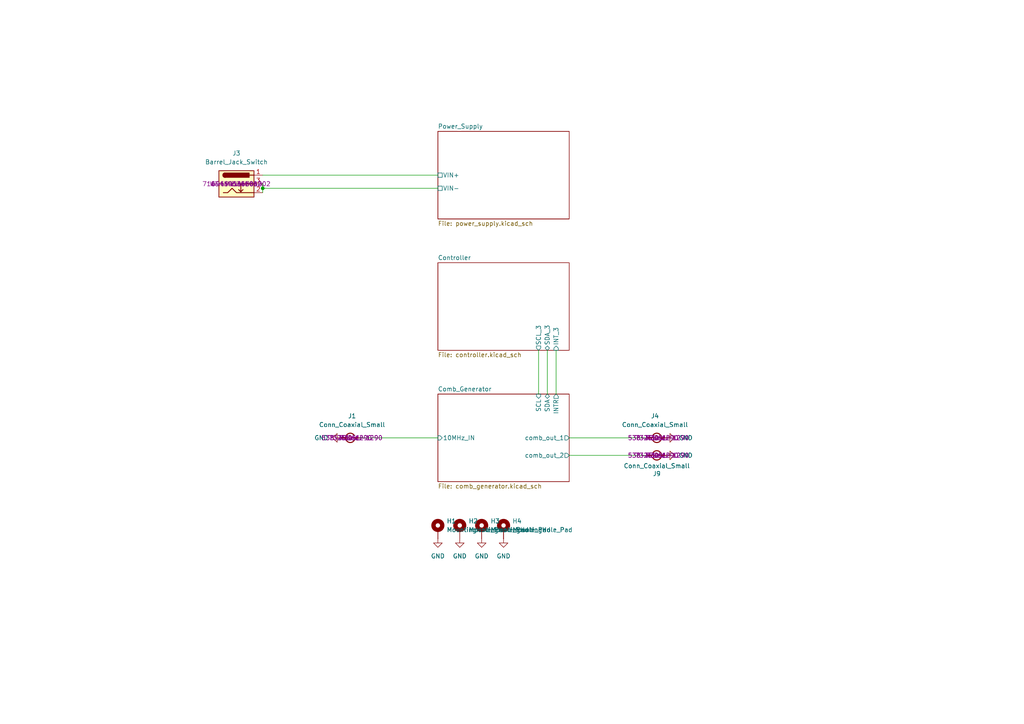
<source format=kicad_sch>
(kicad_sch (version 20250114) (generator "eeschema") (generator_version "9.0")
  (paper "A4")
  (lib_symbols
    (symbol "Connector:Barrel_Jack_Switch" (pin_names (hide yes))
      (property "Reference" "J" (at 0 5.334 0))
      (property "Value" "Barrel_Jack_Switch" (at 0 -5.08 0))
      (symbol "Barrel_Jack_Switch_0_1"
        (rectangle (start -5.08 3.81) (end 5.08 -3.81) (stroke (width 0.254)) (fill (type background)))
        (polyline (pts (xy -3.81 -2.54) (xy -2.54 -2.54) (xy -1.27 -1.27) (xy 0 -2.54) (xy 2.54 -2.54) (xy 5.08 -2.54)) (stroke (width 0.254)))
        (arc (start -3.302 1.905) (mid -3.9343 2.54) (end -3.302 3.175) (stroke (width 0.254)))
        (arc (start -3.302 1.905) (mid -3.9343 2.54) (end -3.302 3.175) (stroke (width 0.254)) (fill (type outline)))
        (polyline (pts (xy 1.27 -2.286) (xy 1.905 -1.651)) (stroke (width 0.254)))
        (rectangle (start 3.683 3.175) (end -3.302 1.905) (stroke (width 0.254)) (fill (type outline)))
        (polyline (pts (xy 5.08 2.54) (xy 3.81 2.54)) (stroke (width 0.254)))
        (polyline (pts (xy 5.08 0) (xy 1.27 0) (xy 1.27 -2.286) (xy 0.635 -1.651)) (stroke (width 0.254)))
      )
      (symbol "Barrel_Jack_Switch_1_1"
        (pin passive line (at 7.62 2.54 180) (length 2.54) (name "~") (number "1"))
        (pin passive line (at 7.62 0 180) (length 2.54) (name "~") (number "3"))
        (pin passive line (at 7.62 -2.54 180) (length 2.54) (name "~") (number "2"))
      )
    )
    (symbol "Connector:Conn_Coaxial_Small" (pin_numbers (hide yes)) (pin_names (offset 1.016) (hide yes))
      (property "Reference" "J" (at 0.254 3.048 0))
      (property "Value" "Conn_Coaxial_Small" (at 0 -3.81 0))
      (symbol "Conn_Coaxial_Small_0_1"
        (polyline (pts (xy -2.54 0) (xy -0.508 0)))
        (circle (center 0 0) (radius 0.508) (stroke (width 0.2032)))
      )
      (symbol "Conn_Coaxial_Small_1_1"
        (arc (start 1.3484 0.0039) (mid 0.327 -1.308) (end -1.1916 -0.6311) (stroke (width 0.3048)))
        (arc (start -1.1916 0.6311) (mid 0.327 1.3081) (end 1.3484 -0.0039) (stroke (width 0.3048)))
        (pin passive line (at -2.54 0 0) (length 1.27) (name "In") (number "1"))
        (pin passive line (at 2.54 0 180) (length 1.27) (name "Ext") (number "2"))
      )
    )
    (symbol "Mechanical:MountingHole_Pad" (pin_numbers (hide yes)) (pin_names (offset 1.016) (hide yes)) (exclude_from_sim yes) (in_bom no)
      (property "Reference" "H" (at 0 6.35 0))
      (property "Value" "MountingHole_Pad" (at 0 4.445 0))
      (symbol "MountingHole_Pad_0_1"
        (circle (center 0 1.27) (radius 1.27) (stroke (width 1.27)))
      )
      (symbol "MountingHole_Pad_1_1"
        (pin input line (at 0 -2.54 90) (length 2.54) (name "1") (number "1"))
      )
    )
    (symbol "power:GND" (power) (pin_numbers (hide yes)) (pin_names (offset 0) (hide yes))
      (property "Value" "GND" (at 0 -3.81 0))
      (symbol "GND_0_1"
        (polyline (pts (xy 0 0) (xy 0 -1.27) (xy 1.27 -1.27) (xy 0 -2.54) (xy -1.27 -1.27) (xy 0 -1.27)))
      )
      (symbol "GND_1_1"
        (pin power_in line (at 0 0 270) (length 0) (name "~") (number "1"))
      )
    )
  )
  (junction (at 76.2 54.61))
  (wire (pts (xy 158.75 101.6) (xy 158.75 114.3)))
  (wire (pts (xy 76.2 54.61) (xy 127 54.61)))
  (wire (pts (xy 76.2 50.8) (xy 127 50.8)))
  (wire (pts (xy 165.1 132.08) (xy 187.96 132.08)))
  (wire (pts (xy 156.21 101.6) (xy 156.21 114.3)))
  (wire (pts (xy 161.29 101.6) (xy 161.29 114.3)))
  (wire (pts (xy 165.1 127) (xy 187.96 127)))
  (wire (pts (xy 104.14 127) (xy 127 127)))
  (wire (pts (xy 76.2 53.34) (xy 76.2 54.61)))
  (wire (pts (xy 76.2 54.61) (xy 76.2 55.88)))
  (symbol (lib_id "power:GND") (at 127 156.21 0) (unit 1)
    (property "Reference" "#PWR091" (effects (hide yes)))
    (property "Value" "GND" (at 127 161.29 0))
    (property "Description" "Power symbol creates a global label with name \"GND\" , ground" (effects (hide yes)))
  )
  (symbol (lib_id "power:GND") (at 193.04 127 90) (unit 1)
    (property "Reference" "#PWR024" (effects (hide yes)))
    (property "Value" "GND" (at 196.85 126.9999 90) (effects (justify right)))
    (property "Description" "Power symbol creates a global label with name \"GND\" , ground" (effects (hide yes)))
  )
  (symbol (lib_id "Connector:Conn_Coaxial_Small") (at 101.6 127 180) (unit 1)
    (property "Reference" "J1" (at 102.1195 120.65 0))
    (property "Value" "Conn_Coaxial_Small" (at 102.1195 123.19 0))
    (property "Footprint" "Connector_Coaxial:SMA_Molex_73251-1153_EdgeMount_Horizontal" (effects (hide yes)))
    (property "Description" "small coaxial connector (BNC, SMA, SMB, SMC, Cinch/RCA, LEMO, ...)" (effects (hide yes)))
    (property "Distributor" "Mouser" (at 101.6 127 0))
    (property "Distributor PN" " 538-73251-1290" (at 101.6 127 0))
    (property "Manufacturer" "Molex " (at 101.6 127 0))
    (property "Manufacturer PN" "73251-1290" (at 101.6 127 0))
  )
  (symbol (lib_id "Connector:Conn_Coaxial_Small") (at 190.5 127 0) (unit 1)
    (property "Reference" "J4" (at 189.9804 120.65 0))
    (property "Value" "Conn_Coaxial_Small" (at 189.9804 123.19 0))
    (property "Footprint" "Connector_Coaxial:SMA_Molex_73251-1153_EdgeMount_Horizontal" (effects (hide yes)))
    (property "Description" "small coaxial connector (BNC, SMA, SMB, SMC, Cinch/RCA, LEMO, ...)" (effects (hide yes)))
    (property "Distributor" "Mouser" (at 190.5 127 0))
    (property "Distributor PN" " 538-73251-1290" (at 190.5 127 0))
    (property "Manufacturer" "Molex " (at 190.5 127 0))
    (property "Manufacturer PN" "73251-1290" (at 190.5 127 0))
  )
  (symbol (lib_id "Mechanical:MountingHole_Pad") (at 133.35 153.67 0) (unit 1) (exclude_from_sim yes) (in_bom no)
    (property "Reference" "H2" (at 135.89 151.1299 0) (effects (justify left)))
    (property "Value" "MountingHole_Pad" (at 135.89 153.6699 0) (effects (justify left)))
    (property "Footprint" "MountingHole:MountingHole_3.2mm_M3_Pad_Via" (effects (hide yes)))
    (property "Description" "Mounting Hole with connection" (effects (hide yes)))
  )
  (symbol (lib_id "Mechanical:MountingHole_Pad") (at 146.05 153.67 0) (unit 1) (exclude_from_sim yes) (in_bom no)
    (property "Reference" "H4" (at 148.59 151.1299 0) (effects (justify left)))
    (property "Value" "MountingHole_Pad" (at 148.59 153.6699 0) (effects (justify left)))
    (property "Footprint" "MountingHole:MountingHole_3.2mm_M3_Pad_Via" (effects (hide yes)))
    (property "Description" "Mounting Hole with connection" (effects (hide yes)))
  )
  (symbol (lib_id "power:GND") (at 146.05 156.21 0) (unit 1)
    (property "Reference" "#PWR094" (effects (hide yes)))
    (property "Value" "GND" (at 146.05 161.29 0))
    (property "Description" "Power symbol creates a global label with name \"GND\" , ground" (effects (hide yes)))
  )
  (symbol (lib_id "power:GND") (at 99.06 127 270) (unit 1)
    (property "Reference" "#PWR023" (effects (hide yes)))
    (property "Value" "GND" (at 95.25 126.9999 90) (effects (justify right)))
    (property "Description" "Power symbol creates a global label with name \"GND\" , ground" (effects (hide yes)))
  )
  (symbol (lib_id "Mechanical:MountingHole_Pad") (at 139.7 153.67 0) (unit 1) (exclude_from_sim yes) (in_bom no)
    (property "Reference" "H3" (at 142.24 151.1299 0) (effects (justify left)))
    (property "Value" "MountingHole_Pad" (at 142.24 153.6699 0) (effects (justify left)))
    (property "Footprint" "MountingHole:MountingHole_3.2mm_M3_Pad_Via" (effects (hide yes)))
    (property "Description" "Mounting Hole with connection" (effects (hide yes)))
  )
  (symbol (lib_id "power:GND") (at 133.35 156.21 0) (unit 1)
    (property "Reference" "#PWR092" (effects (hide yes)))
    (property "Value" "GND" (at 133.35 161.29 0))
    (property "Description" "Power symbol creates a global label with name \"GND\" , ground" (effects (hide yes)))
  )
  (symbol (lib_id "Connector:Barrel_Jack_Switch") (at 68.58 53.34 0) (unit 1)
    (property "Reference" "J3" (at 68.58 44.45 0))
    (property "Value" "Barrel_Jack_Switch" (at 68.58 46.99 0))
    (property "Footprint" "Connector_BarrelJack:BarrelJack_Wuerth_6941xx301002" (effects (hide yes)))
    (property "Description" "DC Barrel Jack with an internal switch" (effects (hide yes)))
    (property "Distributor" "Mouser" (at 68.58 53.34 0))
    (property "Distributor PN" " 710-694106301002 " (at 68.58 53.34 0))
    (property "Manufacturer" "Würth Elektronik" (at 68.58 53.34 0))
    (property "Manufacturer PN" "694106301002" (at 68.58 53.34 0))
  )
  (symbol (lib_id "power:GND") (at 193.04 132.08 90) (unit 1)
    (property "Reference" "#PWR064" (effects (hide yes)))
    (property "Value" "GND" (at 196.85 132.0799 90) (effects (justify right)))
    (property "Description" "Power symbol creates a global label with name \"GND\" , ground" (effects (hide yes)))
  )
  (symbol (lib_id "Mechanical:MountingHole_Pad") (at 127 153.67 0) (unit 1) (exclude_from_sim yes) (in_bom no)
    (property "Reference" "H1" (at 129.54 151.1299 0) (effects (justify left)))
    (property "Value" "MountingHole_Pad" (at 129.54 153.6699 0) (effects (justify left)))
    (property "Footprint" "MountingHole:MountingHole_3.2mm_M3_Pad_Via" (effects (hide yes)))
    (property "Description" "Mounting Hole with connection" (effects (hide yes)))
  )
  (symbol (lib_id "power:GND") (at 139.7 156.21 0) (unit 1)
    (property "Reference" "#PWR093" (effects (hide yes)))
    (property "Value" "GND" (at 139.7 161.29 0))
    (property "Description" "Power symbol creates a global label with name \"GND\" , ground" (effects (hide yes)))
  )
  (symbol (lib_id "Connector:Conn_Coaxial_Small") (at 190.5 132.08 0) (unit 1)
    (property "Reference" "J9" (at 190.5 137.414 0))
    (property "Value" "Conn_Coaxial_Small" (at 190.5 135.128 0))
    (property "Footprint" "Connector_Coaxial:SMA_Molex_73251-1153_EdgeMount_Horizontal" (effects (hide yes)))
    (property "Description" "small coaxial connector (BNC, SMA, SMB, SMC, Cinch/RCA, LEMO, ...)" (effects (hide yes)))
    (property "Distributor" "Mouser" (at 190.5 132.08 0))
    (property "Distributor PN" " 538-73251-1290" (at 190.5 132.08 0))
    (property "Manufacturer" "Molex " (at 190.5 132.08 0))
    (property "Manufacturer PN" "73251-1290" (at 190.5 132.08 0))
  )
  (sheet (at 127 38.1) (size 38.1 25.4) (stroke (width 0.1524))
    (property "Sheetname" "Power_Supply" (at 127 37.3884 0) (effects (justify left bottom)))
    (property "Sheetfile" "power_supply.kicad_sch" (at 127 64.0846 0) (effects (justify left top)))
    (pin "VIN+" passive (at 127 50.8 180))
    (pin "VIN-" passive (at 127 54.61 180))
  )
  (sheet (at 127 114.3) (size 38.1 25.4) (stroke (width 0.1524))
    (property "Sheetname" "Comb_Generator" (at 127 113.5884 0) (effects (justify left bottom)))
    (property "Sheetfile" "comb_generator.kicad_sch" (at 127 140.2846 0) (effects (justify left top)))
    (pin "10MHz_IN" input (at 127 127 180))
    (pin "INTR" output (at 161.29 114.3 90))
    (pin "SDA" bidirectional (at 158.75 114.3 90))
    (pin "SCL" input (at 156.21 114.3 90))
    (pin "comb_out_1" output (at 165.1 127 0))
    (pin "comb_out_2" output (at 165.1 132.08 0))
  )
  (sheet (at 127 76.2) (size 38.1 25.4) (stroke (width 0.1524))
    (property "Sheetname" "Controller" (at 127 75.4884 0) (effects (justify left bottom)))
    (property "Sheetfile" "controller.kicad_sch" (at 127 102.1846 0) (effects (justify left top)))
    (pin "SCL_3" output (at 156.21 101.6 270))
    (pin "SDA_3" bidirectional (at 158.75 101.6 270))
    (pin "INT_3" input (at 161.29 101.6 270))
  )
)
</source>
